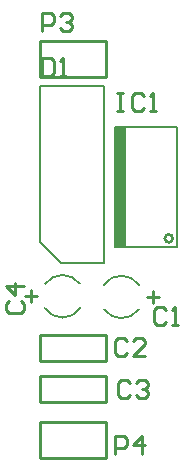
<source format=gto>
G04*
G04 #@! TF.GenerationSoftware,Altium Limited,Altium Designer,21.0.8 (223)*
G04*
G04 Layer_Color=65535*
%FSTAX24Y24*%
%MOIN*%
G70*
G04*
G04 #@! TF.SameCoordinates,83E23403-EE52-46E3-B8F6-72DD454AC7A2*
G04*
G04*
G04 #@! TF.FilePolarity,Positive*
G04*
G01*
G75*
%ADD10C,0.0080*%
%ADD11C,0.0100*%
%ADD12C,0.0079*%
%ADD13C,0.0070*%
%ADD14R,0.0360X0.3990*%
D10*
X029591Y016174D02*
G03*
X028409Y016174I-000591J-000394D01*
G01*
X028425Y015362D02*
G03*
X029575Y015362I000575J000418D01*
G01*
X026446Y015406D02*
G03*
X027629Y015406I000591J000394D01*
G01*
X027612Y016218D02*
G03*
X026463Y016218I-000575J-000418D01*
G01*
D11*
X03071Y01773D02*
G03*
X03071Y01773I-00013J0D01*
G01*
X0263Y0104D02*
X0285D01*
Y0116D01*
X0263D02*
X0285D01*
X0263Y0104D02*
Y0116D01*
X0285Y012276D02*
Y013142D01*
X0263Y012276D02*
X0285D01*
X0263D02*
Y013142D01*
X0285D01*
X0263Y013658D02*
Y014524D01*
X0285D01*
Y013658D02*
Y014524D01*
X0263Y013658D02*
X0285D01*
X0263Y0231D02*
Y0243D01*
X0285D01*
Y0231D02*
Y0243D01*
X0263Y0231D02*
X0285D01*
X03025Y01578D02*
X02985D01*
X03005Y01558D02*
Y01598D01*
X025787Y0158D02*
X026187D01*
X025987Y016D02*
Y0156D01*
X0288Y01055D02*
Y01115D01*
X0291D01*
X0292Y01105D01*
Y01085D01*
X0291Y01075D01*
X0288D01*
X0297Y01055D02*
Y01115D01*
X0294Y01085D01*
X0298D01*
X02635Y02465D02*
Y02525D01*
X02665D01*
X02675Y02515D01*
Y02495D01*
X02665Y02485D01*
X02635D01*
X02695Y02515D02*
X02705Y02525D01*
X02725D01*
X02735Y02515D01*
Y02505D01*
X02725Y02495D01*
X02715D01*
X02725D01*
X02735Y02485D01*
Y02475D01*
X02725Y02465D01*
X02705D01*
X02695Y02475D01*
X02886Y02257D02*
X02906D01*
X02896D01*
Y02197D01*
X02886D01*
X02906D01*
X02976Y02247D02*
X02966Y02257D01*
X02946D01*
X02936Y02247D01*
Y02207D01*
X02946Y02197D01*
X02966D01*
X02976Y02207D01*
X02996Y02197D02*
X03016D01*
X03006D01*
Y02257D01*
X02996Y02247D01*
X026349Y02374D02*
Y02314D01*
X026649D01*
X026749Y02324D01*
Y02364D01*
X026649Y02374D01*
X026349D01*
X026949Y02314D02*
X027149D01*
X027049D01*
Y02374D01*
X026949Y02364D01*
X02525Y01565D02*
X02515Y01555D01*
Y01535D01*
X02525Y01525D01*
X02565D01*
X02575Y01535D01*
Y01555D01*
X02565Y01565D01*
X02575Y01615D02*
X02515D01*
X02545Y01585D01*
Y01625D01*
X0293Y0129D02*
X0292Y013D01*
X029D01*
X0289Y0129D01*
Y0125D01*
X029Y0124D01*
X0292D01*
X0293Y0125D01*
X0295Y0129D02*
X0296Y013D01*
X0298D01*
X0299Y0129D01*
Y0128D01*
X0298Y0127D01*
X0297D01*
X0298D01*
X0299Y0126D01*
Y0125D01*
X0298Y0124D01*
X0296D01*
X0295Y0125D01*
X0292Y0143D02*
X0291Y0144D01*
X0289D01*
X0288Y0143D01*
Y0139D01*
X0289Y0138D01*
X0291D01*
X0292Y0139D01*
X0298Y0138D02*
X0294D01*
X0298Y0142D01*
Y0143D01*
X0297Y0144D01*
X0295D01*
X0294Y0143D01*
X0305Y01535D02*
X0304Y01545D01*
X0302D01*
X0301Y01535D01*
Y01495D01*
X0302Y01485D01*
X0304D01*
X0305Y01495D01*
X0307Y01485D02*
X0309D01*
X0308D01*
Y01545D01*
X0307Y01535D01*
D12*
X026289Y0176D02*
X026989Y0169D01*
X026289Y0176D02*
Y0228D01*
X028419D01*
Y0169D02*
Y0228D01*
X026989Y0169D02*
X028419D01*
D13*
X03086Y01769D02*
Y02145D01*
X03085Y02144D02*
X03086Y02145D01*
X0288Y02144D02*
X03085D01*
X0288Y01745D02*
Y02144D01*
Y01745D02*
X03085D01*
X03086Y01746D01*
Y01769D01*
X02903Y02143D02*
X02917Y02144D01*
D14*
X02898Y019456D02*
D03*
M02*

</source>
